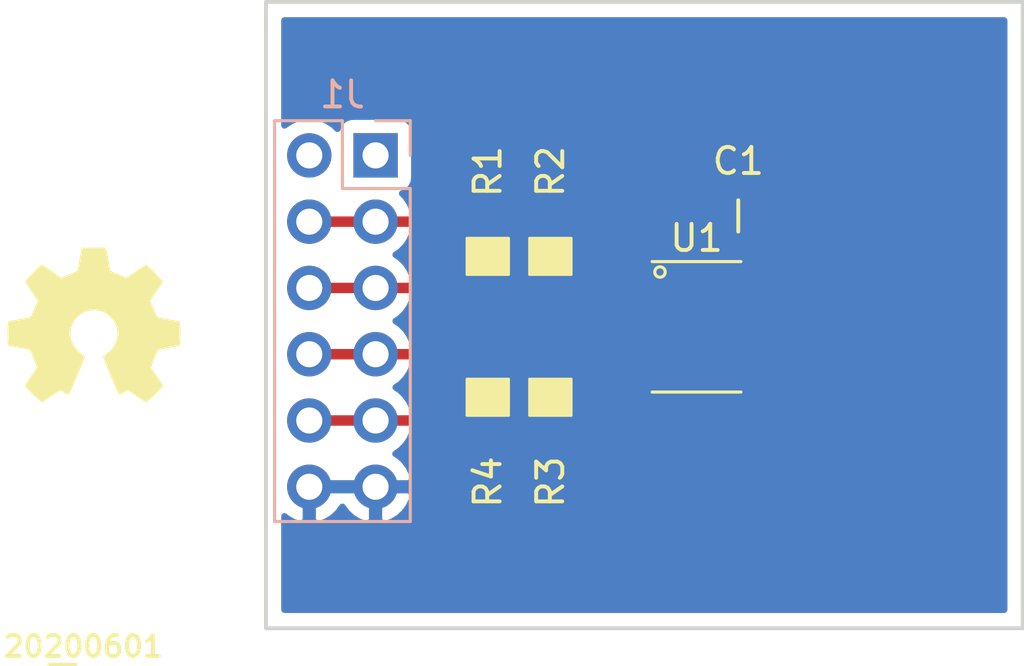
<source format=kicad_pcb>
(kicad_pcb (version 20171130) (host pcbnew 5.1.6-c6e7f7d~86~ubuntu19.10.1)

  (general
    (thickness 1.6)
    (drawings 4)
    (tracks 27)
    (zones 0)
    (modules 9)
    (nets 17)
  )

  (page A4)
  (layers
    (0 F.Cu signal)
    (31 B.Cu signal)
    (32 B.Adhes user)
    (33 F.Adhes user)
    (34 B.Paste user)
    (35 F.Paste user)
    (36 B.SilkS user)
    (37 F.SilkS user)
    (38 B.Mask user)
    (39 F.Mask user)
    (40 Dwgs.User user)
    (41 Cmts.User user)
    (42 Eco1.User user)
    (43 Eco2.User user)
    (44 Edge.Cuts user)
    (45 Margin user)
    (46 B.CrtYd user)
    (47 F.CrtYd user)
    (48 B.Fab user)
    (49 F.Fab user)
  )

  (setup
    (last_trace_width 0.4)
    (user_trace_width 0.1524)
    (user_trace_width 0.2)
    (user_trace_width 0.3)
    (user_trace_width 0.4)
    (user_trace_width 0.6)
    (user_trace_width 1)
    (user_trace_width 1.5)
    (user_trace_width 2)
    (trace_clearance 0.1524)
    (zone_clearance 0.508)
    (zone_45_only no)
    (trace_min 0.1524)
    (via_size 0.381)
    (via_drill 0.254)
    (via_min_size 0.381)
    (via_min_drill 0.254)
    (user_via 0.4 0.254)
    (user_via 0.6 0.4)
    (user_via 0.8 0.6)
    (user_via 1 0.8)
    (user_via 1.3 1)
    (user_via 1.5 1.2)
    (user_via 1.7 1.4)
    (user_via 1.9 1.6)
    (uvia_size 0.381)
    (uvia_drill 0.254)
    (uvias_allowed no)
    (uvia_min_size 0.381)
    (uvia_min_drill 0.254)
    (edge_width 0.15)
    (segment_width 0.2)
    (pcb_text_width 0.3)
    (pcb_text_size 1.5 1.5)
    (mod_edge_width 0.15)
    (mod_text_size 1 1)
    (mod_text_width 0.15)
    (pad_size 1.524 1.524)
    (pad_drill 0.762)
    (pad_to_mask_clearance 0.1)
    (solder_mask_min_width 0.1)
    (aux_axis_origin 0 0)
    (visible_elements FFFFFF7F)
    (pcbplotparams
      (layerselection 0x010fc_ffffffff)
      (usegerberextensions true)
      (usegerberattributes false)
      (usegerberadvancedattributes false)
      (creategerberjobfile false)
      (excludeedgelayer true)
      (linewidth 0.100000)
      (plotframeref false)
      (viasonmask false)
      (mode 1)
      (useauxorigin false)
      (hpglpennumber 1)
      (hpglpenspeed 20)
      (hpglpendiameter 15.000000)
      (psnegative false)
      (psa4output false)
      (plotreference true)
      (plotvalue true)
      (plotinvisibletext false)
      (padsonsilk false)
      (subtractmaskfromsilk false)
      (outputformat 1)
      (mirror false)
      (drillshape 0)
      (scaleselection 1)
      (outputdirectory "OSH_Park_2_layer_plots"))
  )

  (net 0 "")
  (net 1 "Net-(C1-Pad2)")
  (net 2 /VSS)
  (net 3 /OUT4)
  (net 4 /OUT3)
  (net 5 /OUT2)
  (net 6 /OUT1)
  (net 7 /MOTOR_VDD)
  (net 8 "Net-(R1-Pad1)")
  (net 9 "Net-(R3-Pad1)")
  (net 10 "Net-(U1-Pad8)")
  (net 11 "Net-(U1-Pad9)")
  (net 12 "Net-(U1-Pad10)")
  (net 13 "Net-(U1-Pad11)")
  (net 14 "Net-(U1-Pad15)")
  (net 15 "Net-(U1-Pad1)")
  (net 16 "Net-(U1-Pad16)")

  (net_class Default "This is the default net class."
    (clearance 0.1524)
    (trace_width 0.1524)
    (via_dia 0.381)
    (via_drill 0.254)
    (uvia_dia 0.381)
    (uvia_drill 0.254)
    (add_net /MOTOR_VDD)
    (add_net /OUT1)
    (add_net /OUT2)
    (add_net /OUT3)
    (add_net /OUT4)
    (add_net /VSS)
    (add_net "Net-(C1-Pad2)")
    (add_net "Net-(R1-Pad1)")
    (add_net "Net-(R3-Pad1)")
    (add_net "Net-(U1-Pad1)")
    (add_net "Net-(U1-Pad10)")
    (add_net "Net-(U1-Pad11)")
    (add_net "Net-(U1-Pad15)")
    (add_net "Net-(U1-Pad16)")
    (add_net "Net-(U1-Pad8)")
    (add_net "Net-(U1-Pad9)")
  )

  (module SquantorLabels:Label_Generic (layer F.Cu) (tedit 5D8A7D4C) (tstamp 5B96DD88)
    (at 147.2 104.8)
    (descr "Label for general purpose use")
    (tags Label)
    (path /5A1357A5)
    (attr smd)
    (fp_text reference N2 (at 0 1.85) (layer F.Fab) hide
      (effects (font (size 1 1) (thickness 0.15)))
    )
    (fp_text value 20200601 (at 0.8 -0.1) (layer F.SilkS)
      (effects (font (size 0.8 0.8) (thickness 0.15)))
    )
    (fp_line (start -0.5 0.6) (end 0.5 0.6) (layer F.SilkS) (width 0.15))
  )

  (module SquantorIC:TSSOP-16_EP (layer F.Cu) (tedit 5ED52382) (tstamp 5ED5AB90)
    (at 171.5 92.45)
    (path /5ED52BF7)
    (attr smd)
    (fp_text reference U1 (at 0 -3.4) (layer F.SilkS)
      (effects (font (size 1 1) (thickness 0.15)))
    )
    (fp_text value G2053 (at 0 3.4 180) (layer F.Fab)
      (effects (font (size 1 1) (thickness 0.15)))
    )
    (fp_line (start -2.2 -2.5) (end 2.2 -2.5) (layer F.Fab) (width 0.12))
    (fp_line (start 2.2 -2.5) (end 2.2 2.5) (layer F.Fab) (width 0.12))
    (fp_line (start 2.2 2.5) (end -2.2 2.5) (layer F.Fab) (width 0.12))
    (fp_line (start -2.2 2.5) (end -2.2 -2.5) (layer F.Fab) (width 0.12))
    (fp_line (start 3.65 -2.7) (end 3.65 2.7) (layer F.CrtYd) (width 0.05))
    (fp_line (start 3.65 2.7) (end -3.65 2.7) (layer F.CrtYd) (width 0.05))
    (fp_line (start -3.65 2.7) (end -3.65 -2.7) (layer F.CrtYd) (width 0.05))
    (fp_line (start -3.65 -2.7) (end 3.65 -2.7) (layer F.CrtYd) (width 0.05))
    (fp_line (start -1.7 -2.5) (end 1.7 -2.5) (layer F.SilkS) (width 0.12))
    (fp_line (start -1.7 2.5) (end 1.7 2.5) (layer F.SilkS) (width 0.12))
    (fp_circle (center -1.4 -2.1) (end -1.2 -2.1) (layer F.SilkS) (width 0.12))
    (pad 17 smd rect (at 0 0 270) (size 3 3) (layers F.Cu F.Paste F.Mask)
      (net 2 /VSS))
    (pad 8 smd rect (at -2.7 2.275 270) (size 0.35 1.4) (layers F.Cu F.Paste F.Mask)
      (net 10 "Net-(U1-Pad8)"))
    (pad 9 smd rect (at 2.7 2.275 270) (size 0.35 1.4) (layers F.Cu F.Paste F.Mask)
      (net 11 "Net-(U1-Pad9)"))
    (pad 7 smd rect (at -2.7 1.625 270) (size 0.35 1.4) (layers F.Cu F.Paste F.Mask)
      (net 3 /OUT4))
    (pad 10 smd rect (at 2.7 1.625 270) (size 0.35 1.4) (layers F.Cu F.Paste F.Mask)
      (net 12 "Net-(U1-Pad10)"))
    (pad 6 smd rect (at -2.7 0.975 270) (size 0.35 1.4) (layers F.Cu F.Paste F.Mask)
      (net 9 "Net-(R3-Pad1)"))
    (pad 11 smd rect (at 2.7 0.975 270) (size 0.35 1.4) (layers F.Cu F.Paste F.Mask)
      (net 13 "Net-(U1-Pad11)"))
    (pad 5 smd rect (at -2.7 0.325 270) (size 0.35 1.4) (layers F.Cu F.Paste F.Mask)
      (net 4 /OUT3))
    (pad 12 smd rect (at 2.7 0.325 270) (size 0.35 1.4) (layers F.Cu F.Paste F.Mask)
      (net 7 /MOTOR_VDD))
    (pad 4 smd rect (at -2.7 -0.325 270) (size 0.35 1.4) (layers F.Cu F.Paste F.Mask)
      (net 5 /OUT2))
    (pad 13 smd rect (at 2.7 -0.325 270) (size 0.35 1.4) (layers F.Cu F.Paste F.Mask)
      (net 2 /VSS))
    (pad 3 smd rect (at -2.7 -0.975 270) (size 0.35 1.4) (layers F.Cu F.Paste F.Mask)
      (net 8 "Net-(R1-Pad1)"))
    (pad 14 smd rect (at 2.7 -0.975 270) (size 0.35 1.4) (layers F.Cu F.Paste F.Mask)
      (net 1 "Net-(C1-Pad2)"))
    (pad 2 smd rect (at -2.7 -1.625 270) (size 0.35 1.4) (layers F.Cu F.Paste F.Mask)
      (net 6 /OUT1))
    (pad 15 smd rect (at 2.7 -1.625 270) (size 0.35 1.4) (layers F.Cu F.Paste F.Mask)
      (net 14 "Net-(U1-Pad15)"))
    (pad 1 smd rect (at -2.7 -2.275 270) (size 0.35 1.4) (layers F.Cu F.Paste F.Mask)
      (net 15 "Net-(U1-Pad1)"))
    (pad 16 smd rect (at 2.7 -2.275 270) (size 0.35 1.4) (layers F.Cu F.Paste F.Mask)
      (net 16 "Net-(U1-Pad16)"))
    (model ${KISYS3DMOD}/Package_SO.3dshapes/MSOP-16-1EP_3x4mm_P0.5mm_EP1.65x2.85mm.step
      (at (xyz 0 0 0))
      (scale (xyz 1.3 1.3 1))
      (rotate (xyz 0 0 0))
    )
  )

  (module SquantorRcl:R_1206 (layer F.Cu) (tedit 5ED5267B) (tstamp 5ED5AB70)
    (at 163.5 95.15 270)
    (descr "Resistor SMD 1206, reflow soldering, Vishay (see dcrcw.pdf)")
    (tags "resistor 1206")
    (path /5ED61789)
    (attr smd)
    (fp_text reference R4 (at 3.25 0 90) (layer F.SilkS)
      (effects (font (size 1 1) (thickness 0.15)))
    )
    (fp_text value TBD (at 0 2.3 90) (layer F.Fab)
      (effects (font (size 1 1) (thickness 0.15)))
    )
    (fp_line (start 2.2 -1.2) (end 2.2 1.2) (layer F.CrtYd) (width 0.05))
    (fp_line (start -2.2 -1.2) (end -2.2 1.2) (layer F.CrtYd) (width 0.05))
    (fp_line (start -2.2 1.2) (end 2.2 1.2) (layer F.CrtYd) (width 0.05))
    (fp_line (start -2.2 -1.2) (end 2.2 -1.2) (layer F.CrtYd) (width 0.05))
    (fp_line (start -1.6 -0.8) (end 1.6 -0.8) (layer F.Fab) (width 0.1))
    (fp_line (start 1.6 -0.8) (end 1.6 0.8) (layer F.Fab) (width 0.1))
    (fp_line (start 1.6 0.8) (end -1.6 0.8) (layer F.Fab) (width 0.1))
    (fp_line (start -1.6 0.8) (end -1.6 -0.8) (layer F.Fab) (width 0.1))
    (fp_poly (pts (xy 0.7 0.8) (xy -0.7 0.8) (xy -0.7 -0.8) (xy 0.7 -0.8)) (layer F.SilkS) (width 0.1))
    (pad 2 smd rect (at 1.45 0 270) (size 0.9 1.7) (layers F.Cu F.Paste F.Mask)
      (net 2 /VSS))
    (pad 1 smd rect (at -1.45 0 270) (size 0.9 1.7) (layers F.Cu F.Paste F.Mask)
      (net 9 "Net-(R3-Pad1)"))
    (model Resistors_SMD.3dshapes/R_1206.wrl
      (at (xyz 0 0 0))
      (scale (xyz 1 1 1))
      (rotate (xyz 0 0 0))
    )
  )

  (module SquantorRcl:R_1206 (layer F.Cu) (tedit 5ED5267B) (tstamp 5ED5AB61)
    (at 165.9 95.15 270)
    (descr "Resistor SMD 1206, reflow soldering, Vishay (see dcrcw.pdf)")
    (tags "resistor 1206")
    (path /5ED6177F)
    (attr smd)
    (fp_text reference R3 (at 3.25 0 90) (layer F.SilkS)
      (effects (font (size 1 1) (thickness 0.15)))
    )
    (fp_text value TBD (at 0 2.3 90) (layer F.Fab)
      (effects (font (size 1 1) (thickness 0.15)))
    )
    (fp_line (start 2.2 -1.2) (end 2.2 1.2) (layer F.CrtYd) (width 0.05))
    (fp_line (start -2.2 -1.2) (end -2.2 1.2) (layer F.CrtYd) (width 0.05))
    (fp_line (start -2.2 1.2) (end 2.2 1.2) (layer F.CrtYd) (width 0.05))
    (fp_line (start -2.2 -1.2) (end 2.2 -1.2) (layer F.CrtYd) (width 0.05))
    (fp_line (start -1.6 -0.8) (end 1.6 -0.8) (layer F.Fab) (width 0.1))
    (fp_line (start 1.6 -0.8) (end 1.6 0.8) (layer F.Fab) (width 0.1))
    (fp_line (start 1.6 0.8) (end -1.6 0.8) (layer F.Fab) (width 0.1))
    (fp_line (start -1.6 0.8) (end -1.6 -0.8) (layer F.Fab) (width 0.1))
    (fp_poly (pts (xy 0.7 0.8) (xy -0.7 0.8) (xy -0.7 -0.8) (xy 0.7 -0.8)) (layer F.SilkS) (width 0.1))
    (pad 2 smd rect (at 1.45 0 270) (size 0.9 1.7) (layers F.Cu F.Paste F.Mask)
      (net 2 /VSS))
    (pad 1 smd rect (at -1.45 0 270) (size 0.9 1.7) (layers F.Cu F.Paste F.Mask)
      (net 9 "Net-(R3-Pad1)"))
    (model Resistors_SMD.3dshapes/R_1206.wrl
      (at (xyz 0 0 0))
      (scale (xyz 1 1 1))
      (rotate (xyz 0 0 0))
    )
  )

  (module SquantorRcl:R_1206 (layer F.Cu) (tedit 5ED5267B) (tstamp 5ED5AB52)
    (at 165.9 89.75 90)
    (descr "Resistor SMD 1206, reflow soldering, Vishay (see dcrcw.pdf)")
    (tags "resistor 1206")
    (path /5ED5EEDE)
    (attr smd)
    (fp_text reference R2 (at 3.25 0 90) (layer F.SilkS)
      (effects (font (size 1 1) (thickness 0.15)))
    )
    (fp_text value TBD (at 0 2.3 90) (layer F.Fab)
      (effects (font (size 1 1) (thickness 0.15)))
    )
    (fp_line (start 2.2 -1.2) (end 2.2 1.2) (layer F.CrtYd) (width 0.05))
    (fp_line (start -2.2 -1.2) (end -2.2 1.2) (layer F.CrtYd) (width 0.05))
    (fp_line (start -2.2 1.2) (end 2.2 1.2) (layer F.CrtYd) (width 0.05))
    (fp_line (start -2.2 -1.2) (end 2.2 -1.2) (layer F.CrtYd) (width 0.05))
    (fp_line (start -1.6 -0.8) (end 1.6 -0.8) (layer F.Fab) (width 0.1))
    (fp_line (start 1.6 -0.8) (end 1.6 0.8) (layer F.Fab) (width 0.1))
    (fp_line (start 1.6 0.8) (end -1.6 0.8) (layer F.Fab) (width 0.1))
    (fp_line (start -1.6 0.8) (end -1.6 -0.8) (layer F.Fab) (width 0.1))
    (fp_poly (pts (xy 0.7 0.8) (xy -0.7 0.8) (xy -0.7 -0.8) (xy 0.7 -0.8)) (layer F.SilkS) (width 0.1))
    (pad 2 smd rect (at 1.45 0 90) (size 0.9 1.7) (layers F.Cu F.Paste F.Mask)
      (net 2 /VSS))
    (pad 1 smd rect (at -1.45 0 90) (size 0.9 1.7) (layers F.Cu F.Paste F.Mask)
      (net 8 "Net-(R1-Pad1)"))
    (model Resistors_SMD.3dshapes/R_1206.wrl
      (at (xyz 0 0 0))
      (scale (xyz 1 1 1))
      (rotate (xyz 0 0 0))
    )
  )

  (module SquantorRcl:R_1206 (layer F.Cu) (tedit 5ED5267B) (tstamp 5ED5AB43)
    (at 163.5 89.75 90)
    (descr "Resistor SMD 1206, reflow soldering, Vishay (see dcrcw.pdf)")
    (tags "resistor 1206")
    (path /5ED5D245)
    (attr smd)
    (fp_text reference R1 (at 3.25 0 90) (layer F.SilkS)
      (effects (font (size 1 1) (thickness 0.15)))
    )
    (fp_text value TBD (at 0 2.3 90) (layer F.Fab)
      (effects (font (size 1 1) (thickness 0.15)))
    )
    (fp_line (start 2.2 -1.2) (end 2.2 1.2) (layer F.CrtYd) (width 0.05))
    (fp_line (start -2.2 -1.2) (end -2.2 1.2) (layer F.CrtYd) (width 0.05))
    (fp_line (start -2.2 1.2) (end 2.2 1.2) (layer F.CrtYd) (width 0.05))
    (fp_line (start -2.2 -1.2) (end 2.2 -1.2) (layer F.CrtYd) (width 0.05))
    (fp_line (start -1.6 -0.8) (end 1.6 -0.8) (layer F.Fab) (width 0.1))
    (fp_line (start 1.6 -0.8) (end 1.6 0.8) (layer F.Fab) (width 0.1))
    (fp_line (start 1.6 0.8) (end -1.6 0.8) (layer F.Fab) (width 0.1))
    (fp_line (start -1.6 0.8) (end -1.6 -0.8) (layer F.Fab) (width 0.1))
    (fp_poly (pts (xy 0.7 0.8) (xy -0.7 0.8) (xy -0.7 -0.8) (xy 0.7 -0.8)) (layer F.SilkS) (width 0.1))
    (pad 2 smd rect (at 1.45 0 90) (size 0.9 1.7) (layers F.Cu F.Paste F.Mask)
      (net 2 /VSS))
    (pad 1 smd rect (at -1.45 0 90) (size 0.9 1.7) (layers F.Cu F.Paste F.Mask)
      (net 8 "Net-(R1-Pad1)"))
    (model Resistors_SMD.3dshapes/R_1206.wrl
      (at (xyz 0 0 0))
      (scale (xyz 1 1 1))
      (rotate (xyz 0 0 0))
    )
  )

  (module Connector_PinHeader_2.54mm:PinHeader_2x06_P2.54mm_Vertical (layer B.Cu) (tedit 59FED5CC) (tstamp 5ED5AB28)
    (at 159.2 85.88 180)
    (descr "Through hole straight pin header, 2x06, 2.54mm pitch, double rows")
    (tags "Through hole pin header THT 2x06 2.54mm double row")
    (path /5ED5359D)
    (fp_text reference J1 (at 1.27 2.33) (layer B.SilkS)
      (effects (font (size 1 1) (thickness 0.15)) (justify mirror))
    )
    (fp_text value Conn_02x06_Odd_Even (at 1.27 -15.03) (layer B.Fab)
      (effects (font (size 1 1) (thickness 0.15)) (justify mirror))
    )
    (fp_text user %R (at 1.27 -6.35 270) (layer B.Fab)
      (effects (font (size 1 1) (thickness 0.15)) (justify mirror))
    )
    (fp_line (start 0 1.27) (end 3.81 1.27) (layer B.Fab) (width 0.1))
    (fp_line (start 3.81 1.27) (end 3.81 -13.97) (layer B.Fab) (width 0.1))
    (fp_line (start 3.81 -13.97) (end -1.27 -13.97) (layer B.Fab) (width 0.1))
    (fp_line (start -1.27 -13.97) (end -1.27 0) (layer B.Fab) (width 0.1))
    (fp_line (start -1.27 0) (end 0 1.27) (layer B.Fab) (width 0.1))
    (fp_line (start -1.33 -14.03) (end 3.87 -14.03) (layer B.SilkS) (width 0.12))
    (fp_line (start -1.33 -1.27) (end -1.33 -14.03) (layer B.SilkS) (width 0.12))
    (fp_line (start 3.87 1.33) (end 3.87 -14.03) (layer B.SilkS) (width 0.12))
    (fp_line (start -1.33 -1.27) (end 1.27 -1.27) (layer B.SilkS) (width 0.12))
    (fp_line (start 1.27 -1.27) (end 1.27 1.33) (layer B.SilkS) (width 0.12))
    (fp_line (start 1.27 1.33) (end 3.87 1.33) (layer B.SilkS) (width 0.12))
    (fp_line (start -1.33 0) (end -1.33 1.33) (layer B.SilkS) (width 0.12))
    (fp_line (start -1.33 1.33) (end 0 1.33) (layer B.SilkS) (width 0.12))
    (fp_line (start -1.8 1.8) (end -1.8 -14.5) (layer B.CrtYd) (width 0.05))
    (fp_line (start -1.8 -14.5) (end 4.35 -14.5) (layer B.CrtYd) (width 0.05))
    (fp_line (start 4.35 -14.5) (end 4.35 1.8) (layer B.CrtYd) (width 0.05))
    (fp_line (start 4.35 1.8) (end -1.8 1.8) (layer B.CrtYd) (width 0.05))
    (pad 12 thru_hole oval (at 2.54 -12.7 180) (size 1.7 1.7) (drill 1) (layers *.Cu *.Mask)
      (net 2 /VSS))
    (pad 11 thru_hole oval (at 0 -12.7 180) (size 1.7 1.7) (drill 1) (layers *.Cu *.Mask)
      (net 2 /VSS))
    (pad 10 thru_hole oval (at 2.54 -10.16 180) (size 1.7 1.7) (drill 1) (layers *.Cu *.Mask)
      (net 3 /OUT4))
    (pad 9 thru_hole oval (at 0 -10.16 180) (size 1.7 1.7) (drill 1) (layers *.Cu *.Mask)
      (net 3 /OUT4))
    (pad 8 thru_hole oval (at 2.54 -7.62 180) (size 1.7 1.7) (drill 1) (layers *.Cu *.Mask)
      (net 4 /OUT3))
    (pad 7 thru_hole oval (at 0 -7.62 180) (size 1.7 1.7) (drill 1) (layers *.Cu *.Mask)
      (net 4 /OUT3))
    (pad 6 thru_hole oval (at 2.54 -5.08 180) (size 1.7 1.7) (drill 1) (layers *.Cu *.Mask)
      (net 5 /OUT2))
    (pad 5 thru_hole oval (at 0 -5.08 180) (size 1.7 1.7) (drill 1) (layers *.Cu *.Mask)
      (net 5 /OUT2))
    (pad 4 thru_hole oval (at 2.54 -2.54 180) (size 1.7 1.7) (drill 1) (layers *.Cu *.Mask)
      (net 6 /OUT1))
    (pad 3 thru_hole oval (at 0 -2.54 180) (size 1.7 1.7) (drill 1) (layers *.Cu *.Mask)
      (net 6 /OUT1))
    (pad 2 thru_hole oval (at 2.54 0 180) (size 1.7 1.7) (drill 1) (layers *.Cu *.Mask)
      (net 7 /MOTOR_VDD))
    (pad 1 thru_hole rect (at 0 0 180) (size 1.7 1.7) (drill 1) (layers *.Cu *.Mask)
      (net 7 /MOTOR_VDD))
    (model ${KISYS3DMOD}/Connector_PinHeader_2.54mm.3dshapes/PinHeader_2x06_P2.54mm_Vertical.wrl
      (at (xyz 0 0 0))
      (scale (xyz 1 1 1))
      (rotate (xyz 0 0 0))
    )
  )

  (module SquantorRcl:C_0805 (layer F.Cu) (tedit 5D87C73D) (tstamp 5ED5AB06)
    (at 173.1 88.2)
    (descr "Capacitor SMD 0805, reflow soldering, AVX (see smccp.pdf)")
    (tags "capacitor 0805")
    (path /5ED569B5)
    (attr smd)
    (fp_text reference C1 (at 0 -2.1) (layer F.SilkS)
      (effects (font (size 1 1) (thickness 0.15)))
    )
    (fp_text value 2.2u (at 0 2.1) (layer F.Fab)
      (effects (font (size 1 1) (thickness 0.15)))
    )
    (fp_line (start -0.9 0.625) (end -0.9 -0.625) (layer F.Fab) (width 0.1))
    (fp_line (start 0.9 0.625) (end -0.9 0.625) (layer F.Fab) (width 0.1))
    (fp_line (start 0.9 -0.625) (end 0.9 0.625) (layer F.Fab) (width 0.1))
    (fp_line (start -0.9 -0.625) (end 0.9 -0.625) (layer F.Fab) (width 0.1))
    (fp_line (start -1.75 -0.95) (end 1.75 -0.95) (layer F.CrtYd) (width 0.05))
    (fp_line (start -1.75 0.95) (end 1.75 0.95) (layer F.CrtYd) (width 0.05))
    (fp_line (start -1.75 -0.95) (end -1.75 0.95) (layer F.CrtYd) (width 0.05))
    (fp_line (start 1.75 -0.95) (end 1.75 0.95) (layer F.CrtYd) (width 0.05))
    (fp_line (start 0 -0.6) (end 0 0.6) (layer F.SilkS) (width 0.15))
    (pad 2 smd rect (at 1 0) (size 1 1.35) (layers F.Cu F.Paste F.Mask)
      (net 1 "Net-(C1-Pad2)"))
    (pad 1 smd rect (at -1 0) (size 1 1.35) (layers F.Cu F.Paste F.Mask)
      (net 2 /VSS))
    (model ${KISYS3DMOD}/Capacitor_SMD.3dshapes/C_0805_2012Metric.step
      (at (xyz 0 0 0))
      (scale (xyz 1 1 1))
      (rotate (xyz 0 0 0))
    )
  )

  (module Symbols:OSHW-Symbol_6.7x6mm_SilkScreen (layer F.Cu) (tedit 0) (tstamp 5A135134)
    (at 148.4 92.4)
    (descr "Open Source Hardware Symbol")
    (tags "Logo Symbol OSHW")
    (path /5A135869)
    (attr virtual)
    (fp_text reference N1 (at 0 0) (layer F.SilkS) hide
      (effects (font (size 1 1) (thickness 0.15)))
    )
    (fp_text value OHWLOGO (at 0.75 0) (layer F.Fab) hide
      (effects (font (size 1 1) (thickness 0.15)))
    )
    (fp_poly (pts (xy 0.555814 -2.531069) (xy 0.639635 -2.086445) (xy 0.94892 -1.958947) (xy 1.258206 -1.831449)
      (xy 1.629246 -2.083754) (xy 1.733157 -2.154004) (xy 1.827087 -2.216728) (xy 1.906652 -2.269062)
      (xy 1.96747 -2.308143) (xy 2.005157 -2.331107) (xy 2.015421 -2.336058) (xy 2.03391 -2.323324)
      (xy 2.07342 -2.288118) (xy 2.129522 -2.234938) (xy 2.197787 -2.168282) (xy 2.273786 -2.092646)
      (xy 2.353092 -2.012528) (xy 2.431275 -1.932426) (xy 2.503907 -1.856836) (xy 2.566559 -1.790255)
      (xy 2.614803 -1.737182) (xy 2.64421 -1.702113) (xy 2.651241 -1.690377) (xy 2.641123 -1.66874)
      (xy 2.612759 -1.621338) (xy 2.569129 -1.552807) (xy 2.513218 -1.467785) (xy 2.448006 -1.370907)
      (xy 2.410219 -1.31565) (xy 2.341343 -1.214752) (xy 2.28014 -1.123701) (xy 2.229578 -1.04703)
      (xy 2.192628 -0.989272) (xy 2.172258 -0.954957) (xy 2.169197 -0.947746) (xy 2.176136 -0.927252)
      (xy 2.195051 -0.879487) (xy 2.223087 -0.811168) (xy 2.257391 -0.729011) (xy 2.295109 -0.63973)
      (xy 2.333387 -0.550042) (xy 2.36937 -0.466662) (xy 2.400206 -0.396306) (xy 2.423039 -0.34569)
      (xy 2.435017 -0.321529) (xy 2.435724 -0.320578) (xy 2.454531 -0.315964) (xy 2.504618 -0.305672)
      (xy 2.580793 -0.290713) (xy 2.677865 -0.272099) (xy 2.790643 -0.250841) (xy 2.856442 -0.238582)
      (xy 2.97695 -0.215638) (xy 3.085797 -0.193805) (xy 3.177476 -0.174278) (xy 3.246481 -0.158252)
      (xy 3.287304 -0.146921) (xy 3.295511 -0.143326) (xy 3.303548 -0.118994) (xy 3.310033 -0.064041)
      (xy 3.31497 0.015108) (xy 3.318364 0.112026) (xy 3.320218 0.220287) (xy 3.320538 0.333465)
      (xy 3.319327 0.445135) (xy 3.31659 0.548868) (xy 3.312331 0.638241) (xy 3.306555 0.706826)
      (xy 3.299267 0.748197) (xy 3.294895 0.75681) (xy 3.268764 0.767133) (xy 3.213393 0.781892)
      (xy 3.136107 0.799352) (xy 3.04423 0.81778) (xy 3.012158 0.823741) (xy 2.857524 0.852066)
      (xy 2.735375 0.874876) (xy 2.641673 0.89308) (xy 2.572384 0.907583) (xy 2.523471 0.919292)
      (xy 2.490897 0.929115) (xy 2.470628 0.937956) (xy 2.458626 0.946724) (xy 2.456947 0.948457)
      (xy 2.440184 0.976371) (xy 2.414614 1.030695) (xy 2.382788 1.104777) (xy 2.34726 1.191965)
      (xy 2.310583 1.285608) (xy 2.275311 1.379052) (xy 2.243996 1.465647) (xy 2.219193 1.53874)
      (xy 2.203454 1.591678) (xy 2.199332 1.617811) (xy 2.199676 1.618726) (xy 2.213641 1.640086)
      (xy 2.245322 1.687084) (xy 2.291391 1.754827) (xy 2.348518 1.838423) (xy 2.413373 1.932982)
      (xy 2.431843 1.959854) (xy 2.497699 2.057275) (xy 2.55565 2.146163) (xy 2.602538 2.221412)
      (xy 2.635207 2.27792) (xy 2.6505 2.310581) (xy 2.651241 2.314593) (xy 2.638392 2.335684)
      (xy 2.602888 2.377464) (xy 2.549293 2.435445) (xy 2.482171 2.505135) (xy 2.406087 2.582045)
      (xy 2.325604 2.661683) (xy 2.245287 2.739561) (xy 2.169699 2.811186) (xy 2.103405 2.87207)
      (xy 2.050969 2.917721) (xy 2.016955 2.94365) (xy 2.007545 2.947883) (xy 1.985643 2.937912)
      (xy 1.9408 2.91102) (xy 1.880321 2.871736) (xy 1.833789 2.840117) (xy 1.749475 2.782098)
      (xy 1.649626 2.713784) (xy 1.549473 2.645579) (xy 1.495627 2.609075) (xy 1.313371 2.4858)
      (xy 1.160381 2.56852) (xy 1.090682 2.604759) (xy 1.031414 2.632926) (xy 0.991311 2.648991)
      (xy 0.981103 2.651226) (xy 0.968829 2.634722) (xy 0.944613 2.588082) (xy 0.910263 2.515609)
      (xy 0.867588 2.421606) (xy 0.818394 2.310374) (xy 0.76449 2.186215) (xy 0.707684 2.053432)
      (xy 0.649782 1.916327) (xy 0.592593 1.779202) (xy 0.537924 1.646358) (xy 0.487584 1.522098)
      (xy 0.44338 1.410725) (xy 0.407119 1.316539) (xy 0.380609 1.243844) (xy 0.365658 1.196941)
      (xy 0.363254 1.180833) (xy 0.382311 1.160286) (xy 0.424036 1.126933) (xy 0.479706 1.087702)
      (xy 0.484378 1.084599) (xy 0.628264 0.969423) (xy 0.744283 0.835053) (xy 0.83143 0.685784)
      (xy 0.888699 0.525913) (xy 0.915086 0.359737) (xy 0.909585 0.191552) (xy 0.87119 0.025655)
      (xy 0.798895 -0.133658) (xy 0.777626 -0.168513) (xy 0.666996 -0.309263) (xy 0.536302 -0.422286)
      (xy 0.390064 -0.506997) (xy 0.232808 -0.562806) (xy 0.069057 -0.589126) (xy -0.096667 -0.58537)
      (xy -0.259838 -0.55095) (xy -0.415935 -0.485277) (xy -0.560433 -0.387765) (xy -0.605131 -0.348187)
      (xy -0.718888 -0.224297) (xy -0.801782 -0.093876) (xy -0.858644 0.052315) (xy -0.890313 0.197088)
      (xy -0.898131 0.35986) (xy -0.872062 0.52344) (xy -0.814755 0.682298) (xy -0.728856 0.830906)
      (xy -0.617014 0.963735) (xy -0.481877 1.075256) (xy -0.464117 1.087011) (xy -0.40785 1.125508)
      (xy -0.365077 1.158863) (xy -0.344628 1.18016) (xy -0.344331 1.180833) (xy -0.348721 1.203871)
      (xy -0.366124 1.256157) (xy -0.394732 1.33339) (xy -0.432735 1.431268) (xy -0.478326 1.545491)
      (xy -0.529697 1.671758) (xy -0.585038 1.805767) (xy -0.642542 1.943218) (xy -0.700399 2.079808)
      (xy -0.756802 2.211237) (xy -0.809942 2.333205) (xy -0.85801 2.441409) (xy -0.899199 2.531549)
      (xy -0.931699 2.599323) (xy -0.953703 2.64043) (xy -0.962564 2.651226) (xy -0.98964 2.642819)
      (xy -1.040303 2.620272) (xy -1.105817 2.587613) (xy -1.141841 2.56852) (xy -1.294832 2.4858)
      (xy -1.477088 2.609075) (xy -1.570125 2.672228) (xy -1.671985 2.741727) (xy -1.767438 2.807165)
      (xy -1.81525 2.840117) (xy -1.882495 2.885273) (xy -1.939436 2.921057) (xy -1.978646 2.942938)
      (xy -1.991381 2.947563) (xy -2.009917 2.935085) (xy -2.050941 2.900252) (xy -2.110475 2.846678)
      (xy -2.184542 2.777983) (xy -2.269165 2.697781) (xy -2.322685 2.646286) (xy -2.416319 2.554286)
      (xy -2.497241 2.471999) (xy -2.562177 2.402945) (xy -2.607858 2.350644) (xy -2.631011 2.318616)
      (xy -2.633232 2.312116) (xy -2.622924 2.287394) (xy -2.594439 2.237405) (xy -2.550937 2.167212)
      (xy -2.495577 2.081875) (xy -2.43152 1.986456) (xy -2.413303 1.959854) (xy -2.346927 1.863167)
      (xy -2.287378 1.776117) (xy -2.237984 1.703595) (xy -2.202075 1.650493) (xy -2.182981 1.621703)
      (xy -2.181136 1.618726) (xy -2.183895 1.595782) (xy -2.198538 1.545336) (xy -2.222513 1.474041)
      (xy -2.253266 1.388547) (xy -2.288244 1.295507) (xy -2.324893 1.201574) (xy -2.360661 1.113399)
      (xy -2.392994 1.037634) (xy -2.419338 0.980931) (xy -2.437142 0.949943) (xy -2.438407 0.948457)
      (xy -2.449294 0.939601) (xy -2.467682 0.930843) (xy -2.497606 0.921277) (xy -2.543103 0.909996)
      (xy -2.608209 0.896093) (xy -2.696961 0.878663) (xy -2.813393 0.856798) (xy -2.961542 0.829591)
      (xy -2.993618 0.823741) (xy -3.088686 0.805374) (xy -3.171565 0.787405) (xy -3.23493 0.771569)
      (xy -3.271458 0.7596) (xy -3.276356 0.75681) (xy -3.284427 0.732072) (xy -3.290987 0.67679)
      (xy -3.296033 0.597389) (xy -3.299559 0.500296) (xy -3.301561 0.391938) (xy -3.302036 0.27874)
      (xy -3.300977 0.167128) (xy -3.298382 0.063529) (xy -3.294246 -0.025632) (xy -3.288563 -0.093928)
      (xy -3.281331 -0.134934) (xy -3.276971 -0.143326) (xy -3.252698 -0.151792) (xy -3.197426 -0.165565)
      (xy -3.116662 -0.18345) (xy -3.015912 -0.204252) (xy -2.900683 -0.226777) (xy -2.837902 -0.238582)
      (xy -2.718787 -0.260849) (xy -2.612565 -0.281021) (xy -2.524427 -0.298085) (xy -2.459566 -0.311031)
      (xy -2.423174 -0.318845) (xy -2.417184 -0.320578) (xy -2.407061 -0.34011) (xy -2.385662 -0.387157)
      (xy -2.355839 -0.454997) (xy -2.320445 -0.536909) (xy -2.282332 -0.626172) (xy -2.244353 -0.716065)
      (xy -2.20936 -0.799865) (xy -2.180206 -0.870853) (xy -2.159743 -0.922306) (xy -2.150823 -0.947503)
      (xy -2.150657 -0.948604) (xy -2.160769 -0.968481) (xy -2.189117 -1.014223) (xy -2.232723 -1.081283)
      (xy -2.288606 -1.165116) (xy -2.353787 -1.261174) (xy -2.391679 -1.31635) (xy -2.460725 -1.417519)
      (xy -2.52205 -1.50937) (xy -2.572663 -1.587256) (xy -2.609571 -1.646531) (xy -2.629782 -1.682549)
      (xy -2.632701 -1.690623) (xy -2.620153 -1.709416) (xy -2.585463 -1.749543) (xy -2.533063 -1.806507)
      (xy -2.467384 -1.875815) (xy -2.392856 -1.952969) (xy -2.313913 -2.033475) (xy -2.234983 -2.112837)
      (xy -2.1605 -2.18656) (xy -2.094894 -2.250148) (xy -2.042596 -2.299106) (xy -2.008039 -2.328939)
      (xy -1.996478 -2.336058) (xy -1.977654 -2.326047) (xy -1.932631 -2.297922) (xy -1.865787 -2.254546)
      (xy -1.781499 -2.198782) (xy -1.684144 -2.133494) (xy -1.610707 -2.083754) (xy -1.239667 -1.831449)
      (xy -0.621095 -2.086445) (xy -0.537275 -2.531069) (xy -0.453454 -2.975693) (xy 0.471994 -2.975693)
      (xy 0.555814 -2.531069)) (layer F.SilkS) (width 0.01))
  )

  (gr_line (start 184 80) (end 155 80) (layer Edge.Cuts) (width 0.15) (tstamp 5ED5B4CB))
  (gr_line (start 184 104) (end 184 80) (layer Edge.Cuts) (width 0.15))
  (gr_line (start 155 104) (end 184 104) (layer Edge.Cuts) (width 0.15))
  (gr_line (start 155 80) (end 155 104) (layer Edge.Cuts) (width 0.15))

  (segment (start 168.8 94.075) (end 167.825 94.075) (width 0.4) (layer F.Cu) (net 3))
  (segment (start 167.825 94.075) (end 166.8 95.1) (width 0.4) (layer F.Cu) (net 3))
  (segment (start 166.8 95.1) (end 161.9 95.1) (width 0.4) (layer F.Cu) (net 3))
  (segment (start 160.96 96.04) (end 159.2 96.04) (width 0.4) (layer F.Cu) (net 3))
  (segment (start 161.9 95.1) (end 160.96 96.04) (width 0.4) (layer F.Cu) (net 3))
  (segment (start 159.2 96.04) (end 156.66 96.04) (width 0.4) (layer F.Cu) (net 3))
  (segment (start 168.8 92.775) (end 162.125 92.775) (width 0.4) (layer F.Cu) (net 4))
  (segment (start 161.4 93.5) (end 159.2 93.5) (width 0.4) (layer F.Cu) (net 4))
  (segment (start 162.125 92.775) (end 161.4 93.5) (width 0.4) (layer F.Cu) (net 4))
  (segment (start 159.2 93.5) (end 156.66 93.5) (width 0.4) (layer F.Cu) (net 4))
  (segment (start 168.8 92.125) (end 162.125 92.125) (width 0.4) (layer F.Cu) (net 5))
  (segment (start 160.96 90.96) (end 159.2 90.96) (width 0.4) (layer F.Cu) (net 5))
  (segment (start 162.125 92.125) (end 160.96 90.96) (width 0.4) (layer F.Cu) (net 5))
  (segment (start 159.2 90.96) (end 156.66 90.96) (width 0.4) (layer F.Cu) (net 5))
  (segment (start 168.8 90.825) (end 167.825 90.825) (width 0.4) (layer F.Cu) (net 6))
  (segment (start 167.825 90.825) (end 166.7 89.7) (width 0.4) (layer F.Cu) (net 6))
  (segment (start 166.7 89.7) (end 162.3 89.7) (width 0.4) (layer F.Cu) (net 6))
  (segment (start 161.02 88.42) (end 159.2 88.42) (width 0.4) (layer F.Cu) (net 6))
  (segment (start 162.3 89.7) (end 161.02 88.42) (width 0.4) (layer F.Cu) (net 6))
  (segment (start 159.2 88.42) (end 156.66 88.42) (width 0.4) (layer F.Cu) (net 6))
  (segment (start 165.9 91.2) (end 163.5 91.2) (width 0.4) (layer F.Cu) (net 8))
  (segment (start 167 91.2) (end 165.9 91.2) (width 0.4) (layer F.Cu) (net 8))
  (segment (start 168.8 91.475) (end 167.275 91.475) (width 0.4) (layer F.Cu) (net 8))
  (segment (start 167.275 91.475) (end 167 91.2) (width 0.4) (layer F.Cu) (net 8))
  (segment (start 167 93.7) (end 165.9 93.7) (width 0.4) (layer F.Cu) (net 9))
  (segment (start 168.8 93.425) (end 167.275 93.425) (width 0.4) (layer F.Cu) (net 9))
  (segment (start 167.275 93.425) (end 167 93.7) (width 0.4) (layer F.Cu) (net 9))

  (zone (net 2) (net_name /VSS) (layer B.Cu) (tstamp 0) (hatch edge 0.508)
    (connect_pads (clearance 0.508))
    (min_thickness 0.254)
    (fill yes (arc_segments 32) (thermal_gap 0.508) (thermal_bridge_width 0.508))
    (polygon
      (pts
        (xy 184 104) (xy 155 104) (xy 155 80) (xy 184 80)
      )
    )
    (filled_polygon
      (pts
        (xy 183.29 103.29) (xy 155.71 103.29) (xy 155.71 99.713302) (xy 155.778645 99.775178) (xy 156.028748 99.924157)
        (xy 156.303109 100.021481) (xy 156.533 99.900814) (xy 156.533 98.707) (xy 156.787 98.707) (xy 156.787 99.900814)
        (xy 157.016891 100.021481) (xy 157.291252 99.924157) (xy 157.541355 99.775178) (xy 157.757588 99.580269) (xy 157.93 99.34912)
        (xy 158.102412 99.580269) (xy 158.318645 99.775178) (xy 158.568748 99.924157) (xy 158.843109 100.021481) (xy 159.073 99.900814)
        (xy 159.073 98.707) (xy 159.327 98.707) (xy 159.327 99.900814) (xy 159.556891 100.021481) (xy 159.831252 99.924157)
        (xy 160.081355 99.775178) (xy 160.297588 99.580269) (xy 160.471641 99.34692) (xy 160.596825 99.084099) (xy 160.641476 98.93689)
        (xy 160.520155 98.707) (xy 159.327 98.707) (xy 159.073 98.707) (xy 156.787 98.707) (xy 156.533 98.707)
        (xy 156.513 98.707) (xy 156.513 98.453) (xy 156.533 98.453) (xy 156.533 98.433) (xy 156.787 98.433)
        (xy 156.787 98.453) (xy 159.073 98.453) (xy 159.073 98.433) (xy 159.327 98.433) (xy 159.327 98.453)
        (xy 160.520155 98.453) (xy 160.641476 98.22311) (xy 160.596825 98.075901) (xy 160.471641 97.81308) (xy 160.297588 97.579731)
        (xy 160.081355 97.384822) (xy 159.964466 97.315195) (xy 160.146632 97.193475) (xy 160.353475 96.986632) (xy 160.51599 96.743411)
        (xy 160.627932 96.473158) (xy 160.685 96.18626) (xy 160.685 95.89374) (xy 160.627932 95.606842) (xy 160.51599 95.336589)
        (xy 160.353475 95.093368) (xy 160.146632 94.886525) (xy 159.97224 94.77) (xy 160.146632 94.653475) (xy 160.353475 94.446632)
        (xy 160.51599 94.203411) (xy 160.627932 93.933158) (xy 160.685 93.64626) (xy 160.685 93.35374) (xy 160.627932 93.066842)
        (xy 160.51599 92.796589) (xy 160.353475 92.553368) (xy 160.146632 92.346525) (xy 159.97224 92.23) (xy 160.146632 92.113475)
        (xy 160.353475 91.906632) (xy 160.51599 91.663411) (xy 160.627932 91.393158) (xy 160.685 91.10626) (xy 160.685 90.81374)
        (xy 160.627932 90.526842) (xy 160.51599 90.256589) (xy 160.353475 90.013368) (xy 160.146632 89.806525) (xy 159.97224 89.69)
        (xy 160.146632 89.573475) (xy 160.353475 89.366632) (xy 160.51599 89.123411) (xy 160.627932 88.853158) (xy 160.685 88.56626)
        (xy 160.685 88.27374) (xy 160.627932 87.986842) (xy 160.51599 87.716589) (xy 160.353475 87.473368) (xy 160.22162 87.341513)
        (xy 160.29418 87.319502) (xy 160.404494 87.260537) (xy 160.501185 87.181185) (xy 160.580537 87.084494) (xy 160.639502 86.97418)
        (xy 160.675812 86.854482) (xy 160.688072 86.73) (xy 160.688072 85.03) (xy 160.675812 84.905518) (xy 160.639502 84.78582)
        (xy 160.580537 84.675506) (xy 160.501185 84.578815) (xy 160.404494 84.499463) (xy 160.29418 84.440498) (xy 160.174482 84.404188)
        (xy 160.05 84.391928) (xy 158.35 84.391928) (xy 158.225518 84.404188) (xy 158.10582 84.440498) (xy 157.995506 84.499463)
        (xy 157.898815 84.578815) (xy 157.819463 84.675506) (xy 157.760498 84.78582) (xy 157.738487 84.85838) (xy 157.606632 84.726525)
        (xy 157.363411 84.56401) (xy 157.093158 84.452068) (xy 156.80626 84.395) (xy 156.51374 84.395) (xy 156.226842 84.452068)
        (xy 155.956589 84.56401) (xy 155.713368 84.726525) (xy 155.71 84.729893) (xy 155.71 80.71) (xy 183.290001 80.71)
      )
    )
  )
)

</source>
